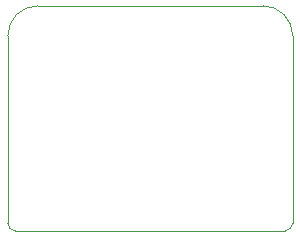
<source format=gbr>
%TF.GenerationSoftware,KiCad,Pcbnew,8.0.2*%
%TF.CreationDate,2024-05-08T23:24:27+02:00*%
%TF.ProjectId,adxl335,6164786c-3333-4352-9e6b-696361645f70,0.0.1*%
%TF.SameCoordinates,Original*%
%TF.FileFunction,Profile,NP*%
%FSLAX46Y46*%
G04 Gerber Fmt 4.6, Leading zero omitted, Abs format (unit mm)*
G04 Created by KiCad (PCBNEW 8.0.2) date 2024-05-08 23:24:27*
%MOMM*%
%LPD*%
G01*
G04 APERTURE LIST*
%TA.AperFunction,Profile*%
%ADD10C,0.100000*%
%TD*%
G04 APERTURE END LIST*
D10*
X47229154Y-25644380D02*
G75*
G02*
X49769220Y-28184380I46J-2540020D01*
G01*
X25639154Y-44059380D02*
X25639154Y-28184380D01*
X49769154Y-44059380D02*
X49769154Y-28184380D01*
X26274154Y-44694380D02*
G75*
G02*
X25639220Y-44059380I46J634980D01*
G01*
X25639154Y-28184380D02*
G75*
G02*
X28179154Y-25644384I2539996J0D01*
G01*
X47229154Y-25644380D02*
X28179154Y-25644380D01*
X49769154Y-44059380D02*
G75*
G02*
X49134154Y-44694354I-634954J-20D01*
G01*
X26274154Y-44694380D02*
X49134154Y-44694380D01*
M02*

</source>
